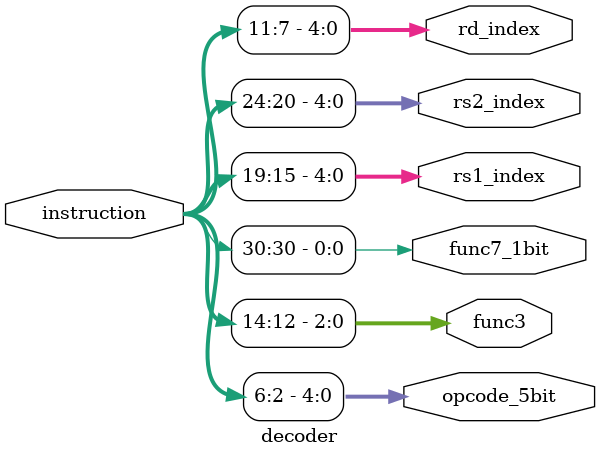
<source format=v>
module decoder(
	input [31:0] instruction,
	output [4:0] opcode_5bit,
	output [2:0] func3,
	output func7_1bit,
	output [4:0] rs1_index,rs2_index,rd_index
);
	assign opcode_5bit = instruction[6:2];
	assign rd_index = instruction[11:7];
	assign func3 = instruction[14:12];
	assign rs1_index = instruction[19:15];
	assign rs2_index = instruction[24:20];
	assign func7_1bit = instruction[30];

endmodule


</source>
